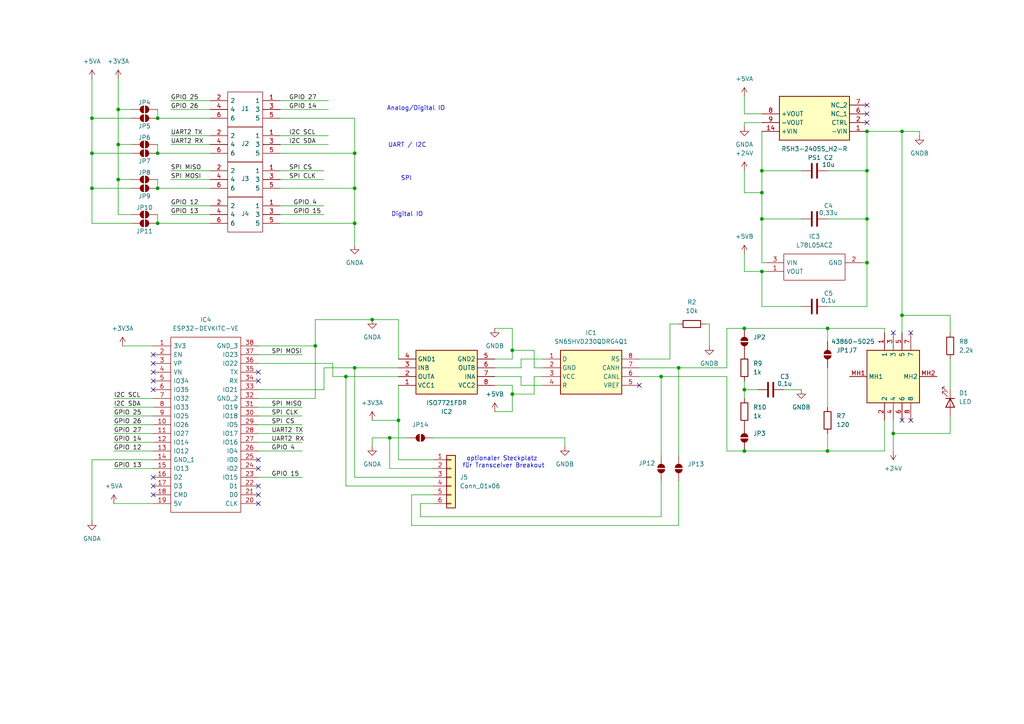
<source format=kicad_sch>
(kicad_sch (version 20250114) (generator "eeschema") (generator_version "9.0")
  (paper "A4")
  (lib_symbols
    (symbol "Connector_Generic:Conn_01x06" (pin_names (offset 1.016) (hide yes))
      (property "Reference" "J" (at 0 7.62 0))
      (property "Value" "Conn_01x06" (at 0 -10.16 0))
      (symbol "Conn_01x06_1_1"
        (rectangle (start -1.27 6.35) (end 1.27 -8.89) (stroke (width 0.254)) (fill (type background)))
        (rectangle (start -1.27 5.207) (end 0 4.953) (stroke (width 0.1524)))
        (rectangle (start -1.27 2.667) (end 0 2.413) (stroke (width 0.1524)))
        (rectangle (start -1.27 0.127) (end 0 -0.127) (stroke (width 0.1524)))
        (rectangle (start -1.27 -2.413) (end 0 -2.667) (stroke (width 0.1524)))
        (rectangle (start -1.27 -4.953) (end 0 -5.207) (stroke (width 0.1524)))
        (rectangle (start -1.27 -7.493) (end 0 -7.747) (stroke (width 0.1524)))
        (pin passive line (at -5.08 5.08 0) (length 3.81) (name "Pin_1") (number "1"))
        (pin passive line (at -5.08 2.54 0) (length 3.81) (name "Pin_2") (number "2"))
        (pin passive line (at -5.08 0 0) (length 3.81) (name "Pin_3") (number "3"))
        (pin passive line (at -5.08 -2.54 0) (length 3.81) (name "Pin_4") (number "4"))
        (pin passive line (at -5.08 -5.08 0) (length 3.81) (name "Pin_5") (number "5"))
        (pin passive line (at -5.08 -7.62 0) (length 3.81) (name "Pin_6") (number "6"))
      )
    )
    (symbol "Device:C" (pin_numbers (hide yes)) (pin_names (offset 0.254))
      (property "Reference" "C" (at 0.635 2.54 0))
      (property "Value" "C" (at 0.635 -2.54 0))
      (symbol "C_0_1"
        (polyline (pts (xy -2.032 0.762) (xy 2.032 0.762)) (stroke (width 0.508)))
        (polyline (pts (xy -2.032 -0.762) (xy 2.032 -0.762)) (stroke (width 0.508)))
      )
      (symbol "C_1_1"
        (pin passive line (at 0 3.81 270) (length 2.794) (name "~") (number "1"))
        (pin passive line (at 0 -3.81 90) (length 2.794) (name "~") (number "2"))
      )
    )
    (symbol "Device:LED" (pin_numbers (hide yes)) (pin_names (offset 1.016) (hide yes))
      (property "Reference" "D" (at 0 2.54 0))
      (property "Value" "LED" (at 0 -2.54 0))
      (symbol "LED_0_1"
        (polyline (pts (xy -3.048 -0.762) (xy -4.572 -2.286) (xy -3.81 -2.286) (xy -4.572 -2.286) (xy -4.572 -1.524)))
        (polyline (pts (xy -1.778 -0.762) (xy -3.302 -2.286) (xy -2.54 -2.286) (xy -3.302 -2.286) (xy -3.302 -1.524)))
        (polyline (pts (xy -1.27 0) (xy 1.27 0)))
        (polyline (pts (xy -1.27 -1.27) (xy -1.27 1.27)) (stroke (width 0.254)))
        (polyline (pts (xy 1.27 -1.27) (xy 1.27 1.27) (xy -1.27 0) (xy 1.27 -1.27)) (stroke (width 0.254)))
      )
      (symbol "LED_1_1"
        (pin passive line (at -3.81 0 0) (length 2.54) (name "K") (number "1"))
        (pin passive line (at 3.81 0 180) (length 2.54) (name "A") (number "2"))
      )
    )
    (symbol "Device:R" (pin_numbers (hide yes)) (pin_names (offset 0))
      (property "Reference" "R" (at 2.032 0 90))
      (property "Value" "R" (at 0 0 90))
      (symbol "R_0_1"
        (rectangle (start -1.016 -2.54) (end 1.016 2.54) (stroke (width 0.254)))
      )
      (symbol "R_1_1"
        (pin passive line (at 0 3.81 270) (length 1.27) (name "~") (number "1"))
        (pin passive line (at 0 -3.81 90) (length 1.27) (name "~") (number "2"))
      )
    )
    (symbol "Jumper:SolderJumper_2_Open" (pin_numbers (hide yes)) (pin_names (offset 0) (hide yes)) (in_bom no)
      (property "Reference" "JP" (at 0 2.032 0))
      (property "Value" "SolderJumper_2_Open" (at 0 -2.54 0))
      (symbol "SolderJumper_2_Open_0_1"
        (polyline (pts (xy -0.254 1.016) (xy -0.254 -1.016)))
        (arc (start -0.254 -1.016) (mid -1.2656 0) (end -0.254 1.016))
        (arc (start -0.254 -1.016) (mid -1.2656 0) (end -0.254 1.016) (fill (type outline)))
        (arc (start 0.254 1.016) (mid 1.2656 0) (end 0.254 -1.016))
        (arc (start 0.254 1.016) (mid 1.2656 0) (end 0.254 -1.016) (fill (type outline)))
        (polyline (pts (xy 0.254 1.016) (xy 0.254 -1.016)))
      )
      (symbol "SolderJumper_2_Open_1_1"
        (pin passive line (at -3.81 0 0) (length 2.54) (name "A") (number "1"))
        (pin passive line (at 3.81 0 180) (length 2.54) (name "B") (number "2"))
      )
    )
    (symbol "SamacSys_Parts:43860-5025"
      (property "Reference" "J" (at 21.59 12.7 0))
      (property "Value" "43860-5025" (at 21.59 10.16 0))
      (symbol "43860-5025_1_1"
        (rectangle (start 5.08 7.62) (end 20.32 -7.62) (stroke (width 0.254)) (fill (type background)))
        (pin passive line (at 0 0 0) (length 5.08) (name "MH2") (number "MH2"))
        (pin passive line (at 7.62 12.7 270) (length 5.08) (name "8") (number "8"))
        (pin passive line (at 7.62 -12.7 90) (length 5.08) (name "7") (number "7"))
        (pin passive line (at 10.16 12.7 270) (length 5.08) (name "6") (number "6"))
        (pin passive line (at 10.16 -12.7 90) (length 5.08) (name "5") (number "5"))
        (pin passive line (at 12.7 12.7 270) (length 5.08) (name "4") (number "4"))
        (pin passive line (at 12.7 -12.7 90) (length 5.08) (name "3") (number "3"))
        (pin passive line (at 15.24 12.7 270) (length 5.08) (name "2") (number "2"))
        (pin passive line (at 15.24 -12.7 90) (length 5.08) (name "1") (number "1"))
        (pin passive line (at 25.4 0 180) (length 5.08) (name "MH1") (number "MH1"))
      )
    )
    (symbol "SamacSys_Parts:DG127A-5.08-06P-14-00AH" (pin_names (offset 0.762))
      (property "Reference" "J" (at 16.51 7.62 0))
      (property "Value" "DG127A-5.08-06P-14-00AH" (at 16.51 5.08 0))
      (symbol "DG127A-5.08-06P-14-00AH_0_0"
        (pin passive line (at 0 0 0) (length 5.08) (name "2") (number "2"))
        (pin passive line (at 0 -2.54 0) (length 5.08) (name "4") (number "4"))
        (pin passive line (at 0 -5.08 0) (length 5.08) (name "6") (number "6"))
        (pin passive line (at 20.32 0 180) (length 5.08) (name "1") (number "1"))
        (pin passive line (at 20.32 -2.54 180) (length 5.08) (name "3") (number "3"))
        (pin passive line (at 20.32 -5.08 180) (length 5.08) (name "5") (number "5"))
      )
      (symbol "DG127A-5.08-06P-14-00AH_0_1"
        (polyline (pts (xy 5.08 2.54) (xy 15.24 2.54) (xy 15.24 -7.62) (xy 5.08 -7.62) (xy 5.08 2.54)) (stroke (width 0.1524)))
      )
    )
    (symbol "SamacSys_Parts:ESP32-DEVKITC-VE" (pin_names (offset 0.762))
      (property "Reference" "IC" (at 26.67 7.62 0))
      (property "Value" "ESP32-DEVKITC-VE" (at 26.67 5.08 0))
      (symbol "ESP32-DEVKITC-VE_0_0"
        (pin passive line (at 0 0 0) (length 5.08) (name "3V3") (number "1"))
        (pin passive line (at 0 -2.54 0) (length 5.08) (name "EN") (number "2"))
        (pin passive line (at 0 -5.08 0) (length 5.08) (name "VP") (number "3"))
        (pin passive line (at 0 -7.62 0) (length 5.08) (name "VN") (number "4"))
        (pin passive line (at 0 -10.16 0) (length 5.08) (name "IO34") (number "5"))
        (pin passive line (at 0 -12.7 0) (length 5.08) (name "IO35") (number "6"))
        (pin passive line (at 0 -15.24 0) (length 5.08) (name "IO32") (number "7"))
        (pin passive line (at 0 -17.78 0) (length 5.08) (name "IO33") (number "8"))
        (pin passive line (at 0 -20.32 0) (length 5.08) (name "IO25") (number "9"))
        (pin passive line (at 0 -22.86 0) (length 5.08) (name "IO26") (number "10"))
        (pin passive line (at 0 -25.4 0) (length 5.08) (name "IO27") (number "11"))
        (pin passive line (at 0 -27.94 0) (length 5.08) (name "IO14") (number "12"))
        (pin passive line (at 0 -30.48 0) (length 5.08) (name "IO12") (number "13"))
        (pin passive line (at 0 -33.02 0) (length 5.08) (name "GND_1") (number "14"))
        (pin passive line (at 0 -35.56 0) (length 5.08) (name "IO13") (number "15"))
        (pin passive line (at 0 -38.1 0) (length 5.08) (name "D2") (number "16"))
        (pin passive line (at 0 -40.64 0) (length 5.08) (name "D3") (number "17"))
        (pin passive line (at 0 -43.18 0) (length 5.08) (name "CMD") (number "18"))
        (pin passive line (at 0 -45.72 0) (length 5.08) (name "5V") (number "19"))
        (pin passive line (at 30.48 0 180) (length 5.08) (name "GND_3") (number "38"))
        (pin passive line (at 30.48 -2.54 180) (length 5.08) (name "IO23") (number "37"))
        (pin passive line (at 30.48 -5.08 180) (length 5.08) (name "IO22") (number "36"))
        (pin passive line (at 30.48 -7.62 180) (length 5.08) (name "TX") (number "35"))
        (pin passive line (at 30.48 -10.16 180) (length 5.08) (name "RX") (number "34"))
        (pin passive line (at 30.48 -12.7 180) (length 5.08) (name "IO21") (number "33"))
        (pin passive line (at 30.48 -15.24 180) (length 5.08) (name "GND_2") (number "32"))
        (pin passive line (at 30.48 -17.78 180) (length 5.08) (name "IO19") (number "31"))
        (pin passive line (at 30.48 -20.32 180) (length 5.08) (name "IO18") (number "30"))
        (pin passive line (at 30.48 -22.86 180) (length 5.08) (name "IO5") (number "29"))
        (pin passive line (at 30.48 -25.4 180) (length 5.08) (name "IO17") (number "28"))
        (pin passive line (at 30.48 -27.94 180) (length 5.08) (name "IO16") (number "27"))
        (pin passive line (at 30.48 -30.48 180) (length 5.08) (name "IO4") (number "26"))
        (pin passive line (at 30.48 -33.02 180) (length 5.08) (name "IO0") (number "25"))
        (pin passive line (at 30.48 -35.56 180) (length 5.08) (name "IO2") (number "24"))
        (pin passive line (at 30.48 -38.1 180) (length 5.08) (name "IO15") (number "23"))
        (pin passive line (at 30.48 -40.64 180) (length 5.08) (name "D1") (number "22"))
        (pin passive line (at 30.48 -43.18 180) (length 5.08) (name "D0") (number "21"))
        (pin passive line (at 30.48 -45.72 180) (length 5.08) (name "CLK") (number "20"))
      )
      (symbol "ESP32-DEVKITC-VE_0_1"
        (polyline (pts (xy 5.08 2.54) (xy 25.4 2.54) (xy 25.4 -48.26) (xy 5.08 -48.26) (xy 5.08 2.54)) (stroke (width 0.1524)))
      )
    )
    (symbol "SamacSys_Parts:ISO7721FDR"
      (property "Reference" "IC" (at 24.13 7.62 0))
      (property "Value" "ISO7721FDR" (at 24.13 5.08 0))
      (symbol "ISO7721FDR_1_1"
        (rectangle (start 5.08 2.54) (end 22.86 -10.16) (stroke (width 0.254)) (fill (type background)))
        (pin passive line (at 0 0 0) (length 5.08) (name "VCC1") (number "1"))
        (pin passive line (at 0 -2.54 0) (length 5.08) (name "OUTA") (number "2"))
        (pin passive line (at 0 -5.08 0) (length 5.08) (name "INB") (number "3"))
        (pin passive line (at 0 -7.62 0) (length 5.08) (name "GND1") (number "4"))
        (pin passive line (at 27.94 0 180) (length 5.08) (name "VCC2") (number "8"))
        (pin passive line (at 27.94 -2.54 180) (length 5.08) (name "INA") (number "7"))
        (pin passive line (at 27.94 -5.08 180) (length 5.08) (name "OUTB") (number "6"))
        (pin passive line (at 27.94 -7.62 180) (length 5.08) (name "GND2") (number "5"))
      )
    )
    (symbol "SamacSys_Parts:L78L05ACZ" (pin_names (offset 0.762))
      (property "Reference" "IC" (at 24.13 7.62 0))
      (property "Value" "L78L05ACZ" (at 24.13 5.08 0))
      (symbol "L78L05ACZ_0_0"
        (pin passive line (at 0 0 0) (length 5.08) (name "GND") (number "2"))
        (pin passive line (at 27.94 0 180) (length 5.08) (name "VIN") (number "3"))
        (pin passive line (at 27.94 -2.54 180) (length 5.08) (name "VOUT") (number "1"))
      )
      (symbol "L78L05ACZ_0_1"
        (polyline (pts (xy 5.08 2.54) (xy 22.86 2.54) (xy 22.86 -5.08) (xy 5.08 -5.08) (xy 5.08 2.54)) (stroke (width 0.1524)))
      )
    )
    (symbol "SamacSys_Parts:RSH3-2405S_H2-R"
      (property "Reference" "PS" (at 26.67 7.62 0))
      (property "Value" "RSH3-2405S_H2-R" (at 26.67 5.08 0))
      (symbol "RSH3-2405S_H2-R_1_1"
        (rectangle (start 5.08 2.54) (end 25.4 -10.16) (stroke (width 0.254)) (fill (type background)))
        (pin passive line (at 0 0 0) (length 5.08) (name "-VIN") (number "1"))
        (pin passive line (at 0 -2.54 0) (length 5.08) (name "CTRL") (number "2"))
        (pin passive line (at 0 -5.08 0) (length 5.08) (name "NC_1") (number "6"))
        (pin passive line (at 0 -7.62 0) (length 5.08) (name "NC_2") (number "7"))
        (pin passive line (at 30.48 0 180) (length 5.08) (name "+VIN") (number "14"))
        (pin passive line (at 30.48 -2.54 180) (length 5.08) (name "-VOUT") (number "9"))
        (pin passive line (at 30.48 -5.08 180) (length 5.08) (name "+VOUT") (number "8"))
      )
    )
    (symbol "SamacSys_Parts:SN65HVD230QDRG4Q1"
      (property "Reference" "IC" (at 24.13 7.62 0))
      (property "Value" "SN65HVD230QDRG4Q1" (at 24.13 5.08 0))
      (symbol "SN65HVD230QDRG4Q1_1_1"
        (rectangle (start 5.08 2.54) (end 22.86 -10.16) (stroke (width 0.254)) (fill (type background)))
        (pin passive line (at 0 0 0) (length 5.08) (name "D") (number "1"))
        (pin passive line (at 0 -2.54 0) (length 5.08) (name "GND") (number "2"))
        (pin passive line (at 0 -5.08 0) (length 5.08) (name "VCC") (number "3"))
        (pin passive line (at 0 -7.62 0) (length 5.08) (name "R") (number "4"))
        (pin passive line (at 27.94 0 180) (length 5.08) (name "RS") (number "8"))
        (pin passive line (at 27.94 -2.54 180) (length 5.08) (name "CANH") (number "7"))
        (pin passive line (at 27.94 -5.08 180) (length 5.08) (name "CANL") (number "6"))
        (pin passive line (at 27.94 -7.62 180) (length 5.08) (name "VREF") (number "5"))
      )
    )
    (symbol "power:+24V" (power) (pin_numbers (hide yes)) (pin_names (offset 0) (hide yes))
      (property "Value" "+24V" (at 0 3.556 0))
      (symbol "+24V_0_1"
        (polyline (pts (xy -0.762 1.27) (xy 0 2.54)))
        (polyline (pts (xy 0 2.54) (xy 0.762 1.27)))
        (polyline (pts (xy 0 0) (xy 0 2.54)))
      )
      (symbol "+24V_1_1"
        (pin power_in line (at 0 0 90) (length 0) (name "~") (number "1"))
      )
    )
    (symbol "power:+3V3" (power) (pin_numbers (hide yes)) (pin_names (offset 0) (hide yes))
      (property "Value" "+3V3" (at 0 3.556 0))
      (symbol "+3V3_0_1"
        (polyline (pts (xy -0.762 1.27) (xy 0 2.54)))
        (polyline (pts (xy 0 2.54) (xy 0.762 1.27)))
        (polyline (pts (xy 0 0) (xy 0 2.54)))
      )
      (symbol "+3V3_1_1"
        (pin power_in line (at 0 0 90) (length 0) (name "~") (number "1"))
      )
    )
    (symbol "power:+5VA" (power) (pin_numbers (hide yes)) (pin_names (offset 0) (hide yes))
      (property "Value" "+5VA" (at 0 3.556 0))
      (symbol "+5VA_0_1"
        (polyline (pts (xy -0.762 1.27) (xy 0 2.54)))
        (polyline (pts (xy 0 2.54) (xy 0.762 1.27)))
        (polyline (pts (xy 0 0) (xy 0 2.54)))
      )
      (symbol "+5VA_1_1"
        (pin power_in line (at 0 0 90) (length 0) (name "~") (number "1"))
      )
    )
    (symbol "power:GND" (power) (pin_numbers (hide yes)) (pin_names (offset 0) (hide yes))
      (property "Value" "GND" (at 0 -3.81 0))
      (symbol "GND_0_1"
        (polyline (pts (xy 0 0) (xy 0 -1.27) (xy 1.27 -1.27) (xy 0 -2.54) (xy -1.27 -1.27) (xy 0 -1.27)))
      )
      (symbol "GND_1_1"
        (pin power_in line (at 0 0 270) (length 0) (name "~") (number "1"))
      )
    )
  )
  (text "optionaler Steckplatz \nfür Transceiver Breakout" (at 146.05 134.112 0) (effects (font (size 1.27 1.27))))
  (text "Digital IO" (at 118.11 62.23 0) (effects (font (size 1.27 1.27))))
  (text "UART / I2C" (at 118.11 42.164 0) (effects (font (size 1.27 1.27))))
  (text "SPI" (at 117.856 51.816 0) (effects (font (size 1.27 1.27))))
  (text "Analog/Digital IO\n" (at 120.65 31.496 0) (effects (font (size 1.27 1.27))))
  (junction (at 191.77 109.22))
  (junction (at 220.98 55.88))
  (junction (at 115.57 121.92))
  (junction (at 26.67 44.45))
  (junction (at 240.03 130.81))
  (junction (at 91.44 100.33))
  (junction (at 220.98 49.53))
  (junction (at 261.62 91.44))
  (junction (at 45.72 44.45))
  (junction (at 34.29 41.91))
  (junction (at 240.03 95.25))
  (junction (at 102.87 54.61))
  (junction (at 45.72 64.77))
  (junction (at 215.9 95.25))
  (junction (at 215.9 130.81))
  (junction (at 113.03 127))
  (junction (at 45.72 54.61))
  (junction (at 220.98 63.5))
  (junction (at 45.72 34.29))
  (junction (at 34.29 31.75))
  (junction (at 261.62 38.1))
  (junction (at 26.67 54.61))
  (junction (at 102.87 106.68))
  (junction (at 26.67 34.29))
  (junction (at 251.46 63.5))
  (junction (at 220.98 78.74))
  (junction (at 102.87 64.77))
  (junction (at 102.87 44.45))
  (junction (at 148.59 114.3))
  (junction (at 251.46 38.1))
  (junction (at 34.29 52.07))
  (junction (at 196.85 106.68))
  (junction (at 251.46 49.53))
  (junction (at 100.33 109.22))
  (junction (at 215.9 113.03))
  (junction (at 251.46 76.2))
  (junction (at 259.08 125.73))
  (junction (at 148.59 101.6))
  (junction (at 107.95 92.71))
  (no_connect (at 74.93 140.97))
  (no_connect (at 44.45 107.95))
  (no_connect (at 44.45 138.43))
  (no_connect (at 74.93 135.89))
  (no_connect (at 251.46 35.56))
  (no_connect (at 251.46 30.48))
  (no_connect (at 44.45 140.97))
  (no_connect (at 261.62 121.92))
  (no_connect (at 264.16 96.52))
  (no_connect (at 74.93 143.51))
  (no_connect (at 74.93 107.95))
  (no_connect (at 251.46 33.02))
  (no_connect (at 264.16 121.92))
  (no_connect (at 74.93 133.35))
  (no_connect (at 74.93 110.49))
  (no_connect (at 185.42 111.76))
  (no_connect (at 259.08 96.52))
  (no_connect (at 44.45 113.03))
  (no_connect (at 74.93 146.05))
  (no_connect (at 44.45 110.49))
  (no_connect (at 44.45 102.87))
  (no_connect (at 44.45 105.41))
  (no_connect (at 44.45 143.51))
  (wire (pts (xy 143.51 111.76) (xy 148.59 111.76)))
  (wire (pts (xy 115.57 121.92) (xy 115.57 111.76)))
  (wire (pts (xy 275.59 91.44) (xy 261.62 91.44)))
  (wire (pts (xy 102.87 71.12) (xy 102.87 64.77)))
  (wire (pts (xy 194.31 93.98) (xy 196.85 93.98)))
  (wire (pts (xy 81.28 62.23) (xy 93.98 62.23)))
  (wire (pts (xy 251.46 38.1) (xy 251.46 49.53)))
  (wire (pts (xy 49.53 39.37) (xy 60.96 39.37)))
  (wire (pts (xy 210.82 106.68) (xy 196.85 106.68)))
  (wire (pts (xy 26.67 44.45) (xy 26.67 34.29)))
  (wire (pts (xy 191.77 109.22) (xy 185.42 109.22)))
  (wire (pts (xy 154.94 114.3) (xy 154.94 109.22)))
  (wire (pts (xy 121.92 149.86) (xy 121.92 146.05)))
  (wire (pts (xy 148.59 104.14) (xy 148.59 101.6)))
  (wire (pts (xy 38.1 34.29) (xy 26.67 34.29)))
  (wire (pts (xy 81.28 41.91) (xy 95.25 41.91)))
  (wire (pts (xy 251.46 63.5) (xy 251.46 76.2)))
  (wire (pts (xy 81.28 39.37) (xy 95.25 39.37)))
  (wire (pts (xy 91.44 92.71) (xy 107.95 92.71)))
  (wire (pts (xy 256.54 130.81) (xy 240.03 130.81)))
  (wire (pts (xy 96.52 109.22) (xy 96.52 105.41)))
  (wire (pts (xy 227.33 113.03) (xy 232.41 113.03)))
  (wire (pts (xy 256.54 95.25) (xy 240.03 95.25)))
  (wire (pts (xy 220.98 33.02) (xy 215.9 33.02)))
  (wire (pts (xy 256.54 96.52) (xy 256.54 95.25)))
  (wire (pts (xy 81.28 52.07) (xy 93.98 52.07)))
  (wire (pts (xy 33.02 120.65) (xy 44.45 120.65)))
  (wire (pts (xy 151.13 111.76) (xy 157.48 111.76)))
  (wire (pts (xy 107.95 127) (xy 107.95 129.54)))
  (wire (pts (xy 102.87 106.68) (xy 93.98 106.68)))
  (wire (pts (xy 81.28 49.53) (xy 93.98 49.53)))
  (wire (pts (xy 220.98 63.5) (xy 232.41 63.5)))
  (wire (pts (xy 222.25 76.2) (xy 220.98 76.2)))
  (wire (pts (xy 154.94 106.68) (xy 157.48 106.68)))
  (wire (pts (xy 261.62 96.52) (xy 261.62 91.44)))
  (wire (pts (xy 74.93 128.27) (xy 87.63 128.27)))
  (wire (pts (xy 125.73 127) (xy 163.83 127)))
  (wire (pts (xy 26.67 133.35) (xy 44.45 133.35)))
  (wire (pts (xy 26.67 54.61) (xy 26.67 44.45)))
  (wire (pts (xy 220.98 38.1) (xy 220.98 49.53)))
  (wire (pts (xy 38.1 62.23) (xy 34.29 62.23)))
  (wire (pts (xy 34.29 52.07) (xy 34.29 41.91)))
  (wire (pts (xy 35.56 100.33) (xy 44.45 100.33)))
  (wire (pts (xy 163.83 127) (xy 163.83 129.54)))
  (wire (pts (xy 215.9 55.88) (xy 220.98 55.88)))
  (wire (pts (xy 81.28 31.75) (xy 95.25 31.75)))
  (wire (pts (xy 113.03 127) (xy 107.95 127)))
  (wire (pts (xy 74.93 138.43) (xy 87.63 138.43)))
  (wire (pts (xy 220.98 78.74) (xy 215.9 78.74)))
  (wire (pts (xy 33.02 123.19) (xy 44.45 123.19)))
  (wire (pts (xy 275.59 104.14) (xy 275.59 113.03)))
  (wire (pts (xy 240.03 125.73) (xy 240.03 130.81)))
  (wire (pts (xy 45.72 64.77) (xy 60.96 64.77)))
  (wire (pts (xy 38.1 52.07) (xy 34.29 52.07)))
  (wire (pts (xy 205.74 93.98) (xy 205.74 100.33)))
  (wire (pts (xy 196.85 152.4) (xy 196.85 139.7)))
  (wire (pts (xy 220.98 55.88) (xy 220.98 63.5)))
  (wire (pts (xy 232.41 88.9) (xy 220.98 88.9)))
  (wire (pts (xy 45.72 44.45) (xy 60.96 44.45)))
  (wire (pts (xy 49.53 49.53) (xy 60.96 49.53)))
  (wire (pts (xy 45.72 34.29) (xy 60.96 34.29)))
  (wire (pts (xy 74.93 102.87) (xy 87.63 102.87)))
  (wire (pts (xy 81.28 64.77) (xy 102.87 64.77)))
  (wire (pts (xy 102.87 54.61) (xy 102.87 44.45)))
  (wire (pts (xy 115.57 109.22) (xy 100.33 109.22)))
  (wire (pts (xy 240.03 95.25) (xy 240.03 99.06)))
  (wire (pts (xy 261.62 38.1) (xy 266.7 38.1)))
  (wire (pts (xy 33.02 118.11) (xy 44.45 118.11)))
  (wire (pts (xy 74.93 118.11) (xy 87.63 118.11)))
  (wire (pts (xy 154.94 109.22) (xy 157.48 109.22)))
  (wire (pts (xy 115.57 106.68) (xy 102.87 106.68)))
  (wire (pts (xy 215.9 73.66) (xy 215.9 78.74)))
  (wire (pts (xy 191.77 109.22) (xy 191.77 132.08)))
  (wire (pts (xy 215.9 110.49) (xy 215.9 113.03)))
  (wire (pts (xy 26.67 34.29) (xy 26.67 22.86)))
  (wire (pts (xy 91.44 100.33) (xy 74.93 100.33)))
  (wire (pts (xy 240.03 49.53) (xy 251.46 49.53)))
  (wire (pts (xy 210.82 109.22) (xy 191.77 109.22)))
  (wire (pts (xy 210.82 130.81) (xy 215.9 130.81)))
  (wire (pts (xy 74.93 125.73) (xy 87.63 125.73)))
  (wire (pts (xy 196.85 106.68) (xy 196.85 132.08)))
  (wire (pts (xy 113.03 127) (xy 118.11 127)))
  (wire (pts (xy 210.82 95.25) (xy 215.9 95.25)))
  (wire (pts (xy 102.87 44.45) (xy 102.87 34.29)))
  (wire (pts (xy 191.77 139.7) (xy 191.77 149.86)))
  (wire (pts (xy 33.02 115.57) (xy 44.45 115.57)))
  (wire (pts (xy 259.08 121.92) (xy 259.08 125.73)))
  (wire (pts (xy 45.72 54.61) (xy 60.96 54.61)))
  (wire (pts (xy 215.9 35.56) (xy 215.9 36.83)))
  (wire (pts (xy 194.31 93.98) (xy 194.31 104.14)))
  (wire (pts (xy 102.87 64.77) (xy 102.87 54.61)))
  (wire (pts (xy 151.13 109.22) (xy 151.13 111.76)))
  (wire (pts (xy 93.98 113.03) (xy 74.93 113.03)))
  (wire (pts (xy 148.59 114.3) (xy 148.59 119.38)))
  (wire (pts (xy 148.59 111.76) (xy 148.59 114.3)))
  (wire (pts (xy 259.08 125.73) (xy 259.08 130.81)))
  (wire (pts (xy 113.03 135.89) (xy 113.03 127)))
  (wire (pts (xy 34.29 62.23) (xy 34.29 52.07)))
  (wire (pts (xy 91.44 115.57) (xy 91.44 100.33)))
  (wire (pts (xy 220.98 49.53) (xy 220.98 55.88)))
  (wire (pts (xy 275.59 96.52) (xy 275.59 91.44)))
  (wire (pts (xy 196.85 106.68) (xy 185.42 106.68)))
  (wire (pts (xy 34.29 41.91) (xy 34.29 31.75)))
  (wire (pts (xy 210.82 130.81) (xy 210.82 109.22)))
  (wire (pts (xy 33.02 146.05) (xy 44.45 146.05)))
  (wire (pts (xy 115.57 92.71) (xy 107.95 92.71)))
  (wire (pts (xy 45.72 41.91) (xy 45.72 44.45)))
  (wire (pts (xy 49.53 29.21) (xy 60.96 29.21)))
  (wire (pts (xy 250.19 76.2) (xy 251.46 76.2)))
  (wire (pts (xy 210.82 95.25) (xy 210.82 106.68)))
  (wire (pts (xy 45.72 62.23) (xy 45.72 64.77)))
  (wire (pts (xy 102.87 138.43) (xy 102.87 106.68)))
  (wire (pts (xy 261.62 91.44) (xy 261.62 38.1)))
  (wire (pts (xy 256.54 121.92) (xy 256.54 130.81)))
  (wire (pts (xy 38.1 41.91) (xy 34.29 41.91)))
  (wire (pts (xy 74.93 120.65) (xy 87.63 120.65)))
  (wire (pts (xy 49.53 41.91) (xy 60.96 41.91)))
  (wire (pts (xy 49.53 62.23) (xy 60.96 62.23)))
  (wire (pts (xy 240.03 106.68) (xy 240.03 118.11)))
  (wire (pts (xy 49.53 31.75) (xy 60.96 31.75)))
  (wire (pts (xy 215.9 113.03) (xy 215.9 115.57)))
  (wire (pts (xy 215.9 49.53) (xy 215.9 55.88)))
  (wire (pts (xy 148.59 101.6) (xy 154.94 101.6)))
  (wire (pts (xy 33.02 128.27) (xy 44.45 128.27)))
  (wire (pts (xy 275.59 125.73) (xy 259.08 125.73)))
  (wire (pts (xy 215.9 33.02) (xy 215.9 27.94)))
  (wire (pts (xy 33.02 130.81) (xy 44.45 130.81)))
  (wire (pts (xy 148.59 114.3) (xy 154.94 114.3)))
  (wire (pts (xy 34.29 31.75) (xy 34.29 22.86)))
  (wire (pts (xy 143.51 109.22) (xy 151.13 109.22)))
  (wire (pts (xy 143.51 106.68) (xy 151.13 106.68)))
  (wire (pts (xy 26.67 54.61) (xy 38.1 54.61)))
  (wire (pts (xy 220.98 35.56) (xy 215.9 35.56)))
  (wire (pts (xy 204.47 93.98) (xy 205.74 93.98)))
  (wire (pts (xy 148.59 95.25) (xy 148.59 101.6)))
  (wire (pts (xy 119.38 152.4) (xy 196.85 152.4)))
  (wire (pts (xy 275.59 120.65) (xy 275.59 125.73)))
  (wire (pts (xy 74.93 130.81) (xy 87.63 130.81)))
  (wire (pts (xy 125.73 143.51) (xy 119.38 143.51)))
  (wire (pts (xy 81.28 34.29) (xy 102.87 34.29)))
  (wire (pts (xy 113.03 135.89) (xy 125.73 135.89)))
  (wire (pts (xy 107.95 121.92) (xy 115.57 121.92)))
  (wire (pts (xy 266.7 38.1) (xy 266.7 39.37)))
  (wire (pts (xy 49.53 59.69) (xy 60.96 59.69)))
  (wire (pts (xy 154.94 101.6) (xy 154.94 106.68)))
  (wire (pts (xy 125.73 133.35) (xy 115.57 133.35)))
  (wire (pts (xy 45.72 31.75) (xy 45.72 34.29)))
  (wire (pts (xy 125.73 140.97) (xy 100.33 140.97)))
  (wire (pts (xy 93.98 106.68) (xy 93.98 113.03)))
  (wire (pts (xy 143.51 95.25) (xy 148.59 95.25)))
  (wire (pts (xy 261.62 38.1) (xy 251.46 38.1)))
  (wire (pts (xy 33.02 125.73) (xy 44.45 125.73)))
  (wire (pts (xy 215.9 130.81) (xy 240.03 130.81)))
  (wire (pts (xy 26.67 44.45) (xy 38.1 44.45)))
  (wire (pts (xy 194.31 104.14) (xy 185.42 104.14)))
  (wire (pts (xy 215.9 113.03) (xy 219.71 113.03)))
  (wire (pts (xy 119.38 143.51) (xy 119.38 152.4)))
  (wire (pts (xy 151.13 104.14) (xy 157.48 104.14)))
  (wire (pts (xy 38.1 64.77) (xy 26.67 64.77)))
  (wire (pts (xy 215.9 95.25) (xy 240.03 95.25)))
  (wire (pts (xy 115.57 133.35) (xy 115.57 121.92)))
  (wire (pts (xy 251.46 88.9) (xy 240.03 88.9)))
  (wire (pts (xy 251.46 76.2) (xy 251.46 88.9)))
  (wire (pts (xy 45.72 52.07) (xy 45.72 54.61)))
  (wire (pts (xy 49.53 52.07) (xy 60.96 52.07)))
  (wire (pts (xy 81.28 44.45) (xy 102.87 44.45)))
  (wire (pts (xy 222.25 78.74) (xy 220.98 78.74)))
  (wire (pts (xy 81.28 29.21) (xy 95.25 29.21)))
  (wire (pts (xy 100.33 109.22) (xy 96.52 109.22)))
  (wire (pts (xy 26.67 64.77) (xy 26.67 54.61)))
  (wire (pts (xy 151.13 106.68) (xy 151.13 104.14)))
  (wire (pts (xy 100.33 140.97) (xy 100.33 109.22)))
  (wire (pts (xy 220.98 88.9) (xy 220.98 78.74)))
  (wire (pts (xy 74.93 115.57) (xy 91.44 115.57)))
  (wire (pts (xy 220.98 76.2) (xy 220.98 63.5)))
  (wire (pts (xy 33.02 135.89) (xy 44.45 135.89)))
  (wire (pts (xy 38.1 31.75) (xy 34.29 31.75)))
  (wire (pts (xy 125.73 138.43) (xy 102.87 138.43)))
  (wire (pts (xy 143.51 104.14) (xy 148.59 104.14)))
  (wire (pts (xy 121.92 146.05) (xy 125.73 146.05)))
  (wire (pts (xy 91.44 100.33) (xy 91.44 92.71)))
  (wire (pts (xy 96.52 105.41) (xy 74.93 105.41)))
  (wire (pts (xy 115.57 104.14) (xy 115.57 92.71)))
  (wire (pts (xy 148.59 119.38) (xy 143.51 119.38)))
  (wire (pts (xy 81.28 54.61) (xy 102.87 54.61)))
  (wire (pts (xy 251.46 49.53) (xy 251.46 63.5)))
  (wire (pts (xy 26.67 151.13) (xy 26.67 133.35)))
  (wire (pts (xy 74.93 123.19) (xy 87.63 123.19)))
  (wire (pts (xy 191.77 149.86) (xy 121.92 149.86)))
  (wire (pts (xy 220.98 49.53) (xy 232.41 49.53)))
  (wire (pts (xy 240.03 63.5) (xy 251.46 63.5)))
  (wire (pts (xy 81.28 59.69) (xy 93.98 59.69)))
  (label "GPIO 14" (at 33.02 128.27 0))
  (label "I2C SCL" (at 33.02 115.57 0))
  (label "GPIO 13" (at 33.02 135.89 0))
  (label "SPI CS" (at 83.82 49.53 0))
  (label "GPIO 15" (at 85.09 62.23 0))
  (label "UART2 TX" (at 78.74 125.73 0))
  (label "GPIO 27" (at 83.82 29.21 0))
  (label "GPIO 12" (at 49.53 59.69 0))
  (label "GPIO 27" (at 33.02 125.73 0))
  (label "UART2 TX" (at 49.53 39.37 0))
  (label "I2C SDA" (at 83.82 41.91 0))
  (label "GPIO 25" (at 33.02 120.65 0))
  (label "GPIO 14" (at 83.82 31.75 0))
  (label "GPIO 15" (at 78.74 138.43 0))
  (label "SPI CLK" (at 83.82 52.07 0))
  (label "SPI MOSI" (at 49.53 52.07 0))
  (label "GPIO 12" (at 33.02 130.81 0))
  (label "GPIO 26" (at 33.02 123.19 0))
  (label "I2C SCL" (at 83.82 39.37 0))
  (label "SPI CLK" (at 78.74 120.65 0))
  (label "GPIO 13" (at 49.53 62.23 0))
  (label "I2C SDA" (at 33.02 118.11 0))
  (label "SPI MOSI" (at 78.74 102.87 0))
  (label "GPIO 26" (at 49.53 31.75 0))
  (label "SPI MISO" (at 78.74 118.11 0))
  (label "UART2 RX" (at 78.74 128.27 0))
  (label "UART2 RX" (at 49.53 41.91 0))
  (label "SPI MISO" (at 49.53 49.53 0))
  (label "GPIO 25" (at 49.53 29.21 0))
  (label "GPIO 4" (at 85.09 59.69 0))
  (label "GPIO 4" (at 78.74 130.81 0))
  (label "SPI CS" (at 78.74 123.19 0))
  (symbol (lib_id "Jumper:SolderJumper_2_Open") (at 41.91 64.77 180) (unit 1) (in_bom no)
    (property "Reference" "JP11" (at 41.91 67.056 0))
    (property "Value" "SolderJumper_2_Open" (effects (hide yes)))
    (property "Footprint" "Jumper:SolderJumper-2_P1.3mm_Open_Pad1.0x1.5mm" (effects (hide yes)))
    (property "Description" "Solder Jumper, 2-pole, open" (effects (hide yes)))
  )
  (symbol (lib_id "Jumper:SolderJumper_2_Open") (at 41.91 44.45 180) (unit 1) (in_bom no)
    (property "Reference" "JP7" (at 41.91 46.736 0))
    (property "Value" "SolderJumper_2_Open" (effects (hide yes)))
    (property "Footprint" "Jumper:SolderJumper-2_P1.3mm_Open_Pad1.0x1.5mm" (effects (hide yes)))
    (property "Description" "Solder Jumper, 2-pole, open" (effects (hide yes)))
  )
  (symbol (lib_id "SamacSys_Parts:DG127A-5.08-06P-14-00AH") (at 60.96 29.21 0) (unit 1)
    (property "Reference" "J1" (at 71.12 31.496 0))
    (property "Value" "DG127A-5.08-06P-14-00AH" (effects (hide yes)))
    (property "Footprint" "SamacSys_Parts:DG127A50806P1400AH" (effects (hide yes)))
    (property "Datasheet" "https://www.degson.com/index.php?a=downloadFile&id=1094971&name=%27ZmlsZTQ=%27&lang=en" (effects (hide yes)))
    (property "Description" "PCB terminal block; angled 90; 5.08mm; ways: 6; on PCBs; terminal" (effects (hide yes)))
    (property "Description_1" "PCB terminal block; angled 90; 5.08mm; ways: 6; on PCBs; terminal" (effects (hide yes)))
    (property "Height" "19.41" (effects (hide yes)))
    (property "Manufacturer_Name" "Degson" (effects (hide yes)))
    (property "Manufacturer_Part_Number" "DG127A-5.08-06P-14-00AH" (effects (hide yes)))
  )
  (symbol (lib_id "Device:C") (at 223.52 113.03 90) (unit 1)
    (property "Reference" "C3" (at 227.584 109.22 90))
    (property "Value" "0,1u" (at 227.584 111.252 90))
    (property "Footprint" "Capacitor_THT:C_Disc_D5.1mm_W3.2mm_P5.00mm" (effects (hide yes)))
    (property "Description" "Unpolarized capacitor" (effects (hide yes)))
    (property "Manufacturer_Name" "Samsung Electro-Mechanics " (effects (hide yes)))
    (property "Manufacturer_Part_Number" "CL31A106KBHNNNE " (effects (hide yes)))
    (property "Mouser Part Number" "187-CL31A106KBHNNNE " (effects (hide yes)))
  )
  (symbol (lib_id "SamacSys_Parts:ISO7721FDR") (at 115.57 111.76 0) (mirror x) (unit 1)
    (property "Reference" "IC2" (at 129.54 119.38 0))
    (property "Value" "ISO7721FDR" (at 129.54 116.84 0))
    (property "Footprint" "SamacSys_Parts:SOIC127P600X175-8N" (effects (hide yes)))
    (property "Datasheet" "http://www.ti.com/lit/gpn/iso7721" (effects (hide yes)))
    (property "Description" "High Speed, Robust EMC Reinforced Dual-Channel Digital Isolator" (effects (hide yes)))
    (property "Height" "1.75" (effects (hide yes)))
    (property "Mouser Part Number" "595-ISO7721FDR" (effects (hide yes)))
    (property "Mouser Price/Stock" "https://www.mouser.co.uk/ProductDetail/Texas-Instruments/ISO7721FDR?qs=0C8XhJW8e4q%2Fbyy%252BjjA6jQ%3D%3D" (effects (hide yes)))
    (property "Manufacturer_Name" "Texas Instruments" (effects (hide yes)))
    (property "Manufacturer_Part_Number" "ISO7721FDR" (effects (hide yes)))
  )
  (symbol (lib_id "SamacSys_Parts:SN65HVD230QDRG4Q1") (at 157.48 104.14 0) (unit 1)
    (property "Reference" "IC1" (at 171.45 96.52 0))
    (property "Value" "SN65HVD230QDRG4Q1" (at 171.45 99.06 0))
    (property "Footprint" "SamacSys_Parts:SOIC127P600X175-8N" (effects (hide yes)))
    (property "Datasheet" "http://www.ti.com/general/docs/suppproductinfo.tsp?distId=10&gotoUrl=http%3A%2F%2Fwww.ti.com%2Flit%2Fgpn%2Fsn65hvd230q-q1" (effects (hide yes)))
    (property "Description" "Automotive Catalog 3.3-V CAN Transceiver" (effects (hide yes)))
    (property "Height" "1.75" (effects (hide yes)))
    (property "Mouser Part Number" "595-S65HVD230QDRG4Q1" (effects (hide yes)))
    (property "Mouser Price/Stock" "https://www.mouser.co.uk/ProductDetail/Texas-Instruments/SN65HVD230QDRG4Q1?qs=pZC5fsuWujFPbC0sa1rjKA%3D%3D" (effects (hide yes)))
    (property "Manufacturer_Name" "Texas Instruments" (effects (hide yes)))
    (property "Manufacturer_Part_Number" "SN65HVD230QDRG4Q1" (effects (hide yes)))
  )
  (symbol (lib_id "Jumper:SolderJumper_2_Open") (at 41.91 52.07 180) (unit 1) (in_bom no)
    (property "Reference" "JP8" (at 41.91 50.038 0))
    (property "Value" "SolderJumper_2_Open" (effects (hide yes)))
    (property "Footprint" "Jumper:SolderJumper-2_P1.3mm_Open_Pad1.0x1.5mm" (effects (hide yes)))
    (property "Description" "Solder Jumper, 2-pole, open" (effects (hide yes)))
  )
  (symbol (lib_id "power:GND") (at 107.95 129.54 0) (unit 1)
    (property "Reference" "#PWR018" (effects (hide yes)))
    (property "Value" "GNDA" (at 107.95 134.62 0))
    (property "Description" "Power symbol creates a global label with name \"GND\" , ground" (effects (hide yes)))
  )
  (symbol (lib_id "power:+5VA") (at 26.67 22.86 0) (unit 1)
    (property "Reference" "#PWR017" (effects (hide yes)))
    (property "Value" "+5VA" (at 26.67 17.78 0))
    (property "Description" "Power symbol creates a global label with name \"+5VA\"" (effects (hide yes)))
  )
  (symbol (lib_id "SamacSys_Parts:L78L05ACZ") (at 250.19 76.2 0) (mirror y) (unit 1)
    (property "Reference" "IC3" (at 236.22 68.58 0))
    (property "Value" "L78L05ACZ" (at 236.22 71.12 0))
    (property "Footprint" "SamacSys_Parts:L78L05ACZ" (effects (hide yes)))
    (property "Datasheet" "https://www.st.com/resource/en/datasheet/l78l.pdf" (effects (hide yes)))
    (property "Description" "Linear Voltage Regulator IC Positive Fixed 1 Output 100mA TO-92-3" (effects (hide yes)))
    (property "Description_1" "Linear Voltage Regulator IC Positive Fixed 1 Output 100mA TO-92-3" (effects (hide yes)))
    (property "Height" "4.95" (effects (hide yes)))
    (property "Mouser Part Number" "511-L78L05ACZ" (effects (hide yes)))
    (property "Mouser Price/Stock" "https://www.mouser.co.uk/ProductDetail/STMicroelectronics/L78L05ACZ?qs=C%2FEejvvdwQ7shwSHkbqaWA%3D%3D" (effects (hide yes)))
    (property "Manufacturer_Name" "STMicroelectronics" (effects (hide yes)))
    (property "Manufacturer_Part_Number" "L78L05ACZ" (effects (hide yes)))
  )
  (symbol (lib_id "Connector_Generic:Conn_01x06") (at 130.81 138.43 0) (unit 1)
    (property "Reference" "J5" (at 133.35 138.4299 0) (effects (justify left)))
    (property "Value" "Conn_01x06" (at 133.35 140.9699 0) (effects (justify left)))
    (property "Footprint" "Connector_PinSocket_2.54mm:PinSocket_1x06_P2.54mm_Vertical" (effects (hide yes)))
    (property "Description" "Generic connector, single row, 01x06, script generated (kicad-library-utils/schlib/autogen/connector/)" (effects (hide yes)))
  )
  (symbol (lib_id "Device:R") (at 215.9 119.38 0) (unit 1)
    (property "Reference" "R10" (at 218.44 118.1099 0) (effects (justify left)))
    (property "Value" "1k" (at 218.44 120.6499 0) (effects (justify left)))
    (property "Footprint" "Resistor_THT:R_Axial_DIN0207_L6.3mm_D2.5mm_P7.62mm_Horizontal" (effects (hide yes)))
    (property "Description" "Resistor" (effects (hide yes)))
  )
  (symbol (lib_id "power:+5VA") (at 33.02 146.05 0) (unit 1)
    (property "Reference" "#PWR05" (effects (hide yes)))
    (property "Value" "+5VA" (at 33.02 140.97 0))
    (property "Description" "Power symbol creates a global label with name \"+5VA\"" (effects (hide yes)))
  )
  (symbol (lib_id "Jumper:SolderJumper_2_Open") (at 41.91 54.61 180) (unit 1) (in_bom no)
    (property "Reference" "JP9" (at 41.91 56.896 0))
    (property "Value" "SolderJumper_2_Open" (effects (hide yes)))
    (property "Footprint" "Jumper:SolderJumper-2_P1.3mm_Open_Pad1.0x1.5mm" (effects (hide yes)))
    (property "Description" "Solder Jumper, 2-pole, open" (effects (hide yes)))
  )
  (symbol (lib_id "SamacSys_Parts:DG127A-5.08-06P-14-00AH") (at 60.96 39.37 0) (unit 1)
    (property "Reference" "J2" (at 71.12 41.656 0))
    (property "Value" "DG127A-5.08-06P-14-00AH" (effects (hide yes)))
    (property "Footprint" "SamacSys_Parts:DG127A50806P1400AH" (effects (hide yes)))
    (property "Datasheet" "https://www.degson.com/index.php?a=downloadFile&id=1094971&name=%27ZmlsZTQ=%27&lang=en" (effects (hide yes)))
    (property "Description" "PCB terminal block; angled 90; 5.08mm; ways: 6; on PCBs; terminal" (effects (hide yes)))
    (property "Description_1" "PCB terminal block; angled 90; 5.08mm; ways: 6; on PCBs; terminal" (effects (hide yes)))
    (property "Height" "19.41" (effects (hide yes)))
    (property "Manufacturer_Name" "Degson" (effects (hide yes)))
    (property "Manufacturer_Part_Number" "DG127A-5.08-06P-14-00AH" (effects (hide yes)))
  )
  (symbol (lib_id "power:GND") (at 232.41 113.03 0) (unit 1)
    (property "Reference" "#PWR011" (effects (hide yes)))
    (property "Value" "GNDB" (at 232.41 118.11 0))
    (property "Description" "Power symbol creates a global label with name \"GND\" , ground" (effects (hide yes)))
  )
  (symbol (lib_id "power:+24V") (at 259.08 130.81 180) (unit 1)
    (property "Reference" "#PWR01" (effects (hide yes)))
    (property "Value" "+24V" (at 259.08 135.89 0))
    (property "Description" "Power symbol creates a global label with name \"+24V\"" (effects (hide yes)))
  )
  (symbol (lib_id "SamacSys_Parts:DG127A-5.08-06P-14-00AH") (at 60.96 49.53 0) (unit 1)
    (property "Reference" "J3" (at 71.12 51.816 0))
    (property "Value" "DG127A-5.08-06P-14-00AH" (effects (hide yes)))
    (property "Footprint" "SamacSys_Parts:DG127A50806P1400AH" (effects (hide yes)))
    (property "Datasheet" "https://www.degson.com/index.php?a=downloadFile&id=1094971&name=%27ZmlsZTQ=%27&lang=en" (effects (hide yes)))
    (property "Description" "PCB terminal block; angled 90; 5.08mm; ways: 6; on PCBs; terminal" (effects (hide yes)))
    (property "Description_1" "PCB terminal block; angled 90; 5.08mm; ways: 6; on PCBs; terminal" (effects (hide yes)))
    (property "Height" "19.41" (effects (hide yes)))
    (property "Manufacturer_Name" "Degson" (effects (hide yes)))
    (property "Manufacturer_Part_Number" "DG127A-5.08-06P-14-00AH" (effects (hide yes)))
  )
  (symbol (lib_id "Jumper:SolderJumper_2_Open") (at 41.91 41.91 180) (unit 1) (in_bom no)
    (property "Reference" "JP6" (at 41.91 39.878 0))
    (property "Value" "SolderJumper_2_Open" (effects (hide yes)))
    (property "Footprint" "Jumper:SolderJumper-2_P1.3mm_Open_Pad1.0x1.5mm" (effects (hide yes)))
    (property "Description" "Solder Jumper, 2-pole, open" (effects (hide yes)))
  )
  (symbol (lib_id "power:+24V") (at 215.9 73.66 0) (unit 1)
    (property "Reference" "#PWR04" (effects (hide yes)))
    (property "Value" "+5VB" (at 215.9 68.58 0))
    (property "Description" "Power symbol creates a global label with name \"+24V\"" (effects (hide yes)))
  )
  (symbol (lib_id "SamacSys_Parts:RSH3-2405S_H2-R") (at 251.46 38.1 180) (unit 1)
    (property "Reference" "PS1" (at 236.22 45.72 0))
    (property "Value" "RSH3-2405S_H2-R" (at 236.22 43.18 0))
    (property "Footprint" "SamacSys_Parts:RSH32405SH2R" (effects (hide yes)))
    (property "Datasheet" "https://recom-power.com/pdf/Econoline/RSH3.pdf" (effects (hide yes)))
    (property "Description" "3W DC/DC-Converter \\'ECONOLINE\\' SMD DIP14 2kV reg" (effects (hide yes)))
    (property "Height" "9.2" (effects (hide yes)))
    (property "Mouser Part Number" "919-RSH3-2405S/H2-R" (effects (hide yes)))
    (property "Mouser Price/Stock" "https://www.mouser.co.uk/ProductDetail/RECOM-Power/RSH3-2405S-H2-R?qs=By6Nw2ByBD12Whjw%252BfeCyA%3D%3D" (effects (hide yes)))
    (property "Manufacturer_Name" "RECOM Power" (effects (hide yes)))
    (property "Manufacturer_Part_Number" "RSH3-2405S/H2-R" (effects (hide yes)))
  )
  (symbol (lib_id "SamacSys_Parts:DG127A-5.08-06P-14-00AH") (at 60.96 59.69 0) (unit 1)
    (property "Reference" "J4" (at 71.12 61.976 0))
    (property "Value" "DG127A-5.08-06P-14-00AH" (effects (hide yes)))
    (property "Footprint" "SamacSys_Parts:DG127A50806P1400AH" (effects (hide yes)))
    (property "Datasheet" "https://www.degson.com/index.php?a=downloadFile&id=1094971&name=%27ZmlsZTQ=%27&lang=en" (effects (hide yes)))
    (property "Description" "PCB terminal block; angled 90; 5.08mm; ways: 6; on PCBs; terminal" (effects (hide yes)))
    (property "Description_1" "PCB terminal block; angled 90; 5.08mm; ways: 6; on PCBs; terminal" (effects (hide yes)))
    (property "Height" "19.41" (effects (hide yes)))
    (property "Manufacturer_Name" "Degson" (effects (hide yes)))
    (property "Manufacturer_Part_Number" "DG127A-5.08-06P-14-00AH" (effects (hide yes)))
  )
  (symbol (lib_id "power:GND") (at 107.95 92.71 0) (unit 1)
    (property "Reference" "#PWR012" (effects (hide yes)))
    (property "Value" "GNDA" (at 107.95 97.79 0))
    (property "Description" "Power symbol creates a global label with name \"GND\" , ground" (effects (hide yes)))
  )
  (symbol (lib_id "power:GND") (at 143.51 95.25 0) (unit 1)
    (property "Reference" "#PWR014" (effects (hide yes)))
    (property "Value" "GNDB" (at 143.51 100.33 0))
    (property "Description" "Power symbol creates a global label with name \"GND\" , ground" (effects (hide yes)))
  )
  (symbol (lib_id "power:+24V") (at 143.51 119.38 0) (unit 1)
    (property "Reference" "#PWR013" (effects (hide yes)))
    (property "Value" "+5VB" (at 143.51 114.3 0))
    (property "Description" "Power symbol creates a global label with name \"+24V\"" (effects (hide yes)))
  )
  (symbol (lib_id "power:+24V") (at 215.9 49.53 0) (unit 1)
    (property "Reference" "#PWR02" (effects (hide yes)))
    (property "Value" "+24V" (at 215.9 44.45 0))
    (property "Description" "Power symbol creates a global label with name \"+24V\"" (effects (hide yes)))
  )
  (symbol (lib_id "Jumper:SolderJumper_2_Open") (at 240.03 102.87 90) (unit 1) (in_bom no)
    (property "Reference" "JP1" (at 242.57 101.5999 90) (effects (justify right)))
    (property "Value" "SolderJumper_2_Open" (effects (hide yes)))
    (property "Footprint" "Jumper:SolderJumper-2_P1.3mm_Open_Pad1.0x1.5mm" (effects (hide yes)))
    (property "Description" "Solder Jumper, 2-pole, open" (effects (hide yes)))
  )
  (symbol (lib_id "Jumper:SolderJumper_2_Open") (at 191.77 135.89 90) (unit 1) (in_bom no)
    (property "Reference" "JP12" (at 185.166 134.366 90) (effects (justify right)))
    (property "Value" "SolderJumper_2_Open" (effects (hide yes)))
    (property "Footprint" "Jumper:SolderJumper-2_P1.3mm_Open_Pad1.0x1.5mm" (effects (hide yes)))
    (property "Description" "Solder Jumper, 2-pole, open" (effects (hide yes)))
  )
  (symbol (lib_id "Jumper:SolderJumper_2_Open") (at 196.85 135.89 90) (unit 1) (in_bom no)
    (property "Reference" "JP13" (at 199.39 134.6199 90) (effects (justify right)))
    (property "Value" "SolderJumper_2_Open" (effects (hide yes)))
    (property "Footprint" "Jumper:SolderJumper-2_P1.3mm_Open_Pad1.0x1.5mm" (effects (hide yes)))
    (property "Description" "Solder Jumper, 2-pole, open" (effects (hide yes)))
  )
  (symbol (lib_id "power:+3V3") (at 35.56 100.33 0) (unit 1)
    (property "Reference" "#PWR06" (effects (hide yes)))
    (property "Value" "+3V3A" (at 35.56 95.25 0))
    (property "Description" "Power symbol creates a global label with name \"+3V3\"" (effects (hide yes)))
  )
  (symbol (lib_id "power:GND") (at 163.83 129.54 0) (unit 1)
    (property "Reference" "#PWR020" (effects (hide yes)))
    (property "Value" "GNDB" (at 163.83 134.62 0))
    (property "Description" "Power symbol creates a global label with name \"GND\" , ground" (effects (hide yes)))
  )
  (symbol (lib_id "Jumper:SolderJumper_2_Open") (at 41.91 34.29 180) (unit 1) (in_bom no)
    (property "Reference" "JP5" (at 41.91 36.576 0))
    (property "Value" "SolderJumper_2_Open" (effects (hide yes)))
    (property "Footprint" "Jumper:SolderJumper-2_P1.3mm_Open_Pad1.0x1.5mm" (effects (hide yes)))
    (property "Description" "Solder Jumper, 2-pole, open" (effects (hide yes)))
  )
  (symbol (lib_id "Jumper:SolderJumper_2_Open") (at 215.9 99.06 90) (unit 1) (in_bom no)
    (property "Reference" "JP2" (at 218.44 97.7899 90) (effects (justify right)))
    (property "Value" "SolderJumper_2_Open" (effects (hide yes)))
    (property "Footprint" "Jumper:SolderJumper-2_P1.3mm_Open_Pad1.0x1.5mm" (effects (hide yes)))
    (property "Description" "Solder Jumper, 2-pole, open" (effects (hide yes)))
  )
  (symbol (lib_id "Jumper:SolderJumper_2_Open") (at 41.91 31.75 180) (unit 1) (in_bom no)
    (property "Reference" "JP4" (at 41.91 29.718 0))
    (property "Value" "SolderJumper_2_Open" (effects (hide yes)))
    (property "Footprint" "Jumper:SolderJumper-2_P1.3mm_Open_Pad1.0x1.5mm" (effects (hide yes)))
    (property "Description" "Solder Jumper, 2-pole, open" (effects (hide yes)))
  )
  (symbol (lib_id "Device:R") (at 240.03 121.92 0) (unit 1)
    (property "Reference" "R7" (at 242.57 120.6499 0) (effects (justify left)))
    (property "Value" "120" (at 242.57 123.1899 0) (effects (justify left)))
    (property "Footprint" "Resistor_THT:R_Axial_DIN0207_L6.3mm_D2.5mm_P7.62mm_Horizontal" (effects (hide yes)))
    (property "Description" "Resistor" (effects (hide yes)))
  )
  (symbol (lib_id "Jumper:SolderJumper_2_Open") (at 41.91 62.23 180) (unit 1) (in_bom no)
    (property "Reference" "JP10" (at 41.91 60.198 0))
    (property "Value" "SolderJumper_2_Open" (effects (hide yes)))
    (property "Footprint" "Jumper:SolderJumper-2_P1.3mm_Open_Pad1.0x1.5mm" (effects (hide yes)))
    (property "Description" "Solder Jumper, 2-pole, open" (effects (hide yes)))
  )
  (symbol (lib_id "Device:C") (at 236.22 88.9 90) (unit 1)
    (property "Reference" "C5" (at 240.284 85.09 90))
    (property "Value" "0,1u" (at 240.284 87.122 90))
    (property "Footprint" "Capacitor_THT:C_Disc_D5.1mm_W3.2mm_P5.00mm" (effects (hide yes)))
    (property "Description" "Unpolarized capacitor" (effects (hide yes)))
    (property "Manufacturer_Name" "Samsung Electro-Mechanics " (effects (hide yes)))
    (property "Manufacturer_Part_Number" "CL31A106KBHNNNE " (effects (hide yes)))
    (property "Mouser Part Number" "187-CL31A106KBHNNNE " (effects (hide yes)))
  )
  (symbol (lib_id "Device:C") (at 236.22 49.53 90) (unit 1)
    (property "Reference" "C2" (at 240.284 45.72 90))
    (property "Value" "10u" (at 240.284 47.752 90))
    (property "Footprint" "Capacitor_THT:C_Disc_D5.1mm_W3.2mm_P5.00mm" (effects (hide yes)))
    (property "Description" "Unpolarized capacitor" (effects (hide yes)))
    (property "Manufacturer_Name" "Samsung Electro-Mechanics " (effects (hide yes)))
    (property "Manufacturer_Part_Number" "CL31A106KBHNNNE " (effects (hide yes)))
    (property "Mouser Part Number" "187-CL31A106KBHNNNE " (effects (hide yes)))
  )
  (symbol (lib_id "Device:R") (at 200.66 93.98 90) (unit 1)
    (property "Reference" "R2" (at 200.66 87.63 90))
    (property "Value" "10k" (at 200.66 90.17 90))
    (property "Footprint" "Resistor_THT:R_Axial_DIN0207_L6.3mm_D2.5mm_P7.62mm_Horizontal" (effects (hide yes)))
    (property "Description" "Resistor" (effects (hide yes)))
    (property "Manufacturer_Name" "YAGEO " (effects (hide yes)))
    (property "Manufacturer_Part_Number" "RC1206FR-1310KL " (effects (hide yes)))
    (property "Mouser Part Number" "603-RC1206FR-1310KL " (effects (hide yes)))
  )
  (symbol (lib_id "power:GND") (at 205.74 100.33 0) (unit 1)
    (property "Reference" "#PWR08" (effects (hide yes)))
    (property "Value" "GNDB" (at 205.74 105.41 0))
    (property "Description" "Power symbol creates a global label with name \"GND\" , ground" (effects (hide yes)))
  )
  (symbol (lib_id "power:GND") (at 266.7 39.37 0) (unit 1)
    (property "Reference" "#PWR010" (effects (hide yes)))
    (property "Value" "GNDB" (at 266.7 44.45 0))
    (property "Description" "Power symbol creates a global label with name \"GND\" , ground" (effects (hide yes)))
  )
  (symbol (lib_id "power:+5VA") (at 215.9 27.94 0) (unit 1)
    (property "Reference" "#PWR03" (effects (hide yes)))
    (property "Value" "+5VA" (at 215.9 22.86 0))
    (property "Description" "Power symbol creates a global label with name \"+5VA\"" (effects (hide yes)))
  )
  (symbol (lib_id "SamacSys_Parts:ESP32-DEVKITC-VE") (at 44.45 100.33 0) (unit 1)
    (property "Reference" "IC4" (at 59.69 92.71 0))
    (property "Value" "ESP32-DEVKITC-VE" (at 59.69 95.25 0))
    (property "Footprint" "SamacSys_Parts:ESP32DEVKITCVE" (effects (hide yes)))
    (property "Datasheet" "https://docs.espressif.com/projects/esp-idf/en/latest/esp32/hw-reference/esp32/get-started-devkitc.html" (effects (hide yes)))
    (property "Description" "- ESP32-WROVER-E Transceiver; 802.11 b/g/n (Wi-Fi, WiFi, WLAN), Bluetooth Smart Ready 4.x Dual Mode 2.4GHz Evaluation Board" (effects (hide yes)))
    (property "Description_1" "- ESP32-WROVER-E Transceiver; 802.11 b/g/n (Wi-Fi, WiFi, WLAN), Bluetooth Smart Ready 4.x Dual Mode 2.4GHz Evaluation Board" (effects (hide yes)))
    (property "Height" "5" (effects (hide yes)))
    (property "Manufacturer_Name" "Espressif Systems" (effects (hide yes)))
    (property "Manufacturer_Part_Number" "ESP32-DEVKITC-VE" (effects (hide yes)))
    (property "Mouser Part Number" "356-ESP32-DEVKTC32VE" (effects (hide yes)))
    (property "Mouser Price/Stock" "https://www.mouser.co.uk/ProductDetail/Espressif-Systems/ESP32-DevKitC-VE?qs=vmHwEFxEFR%252BnPxzX%2FBK62A%3D%3D" (effects (hide yes)))
  )
  (symbol (lib_id "power:+3V3") (at 34.29 22.86 0) (unit 1)
    (property "Reference" "#PWR016" (effects (hide yes)))
    (property "Value" "+3V3A" (at 34.29 17.78 0))
    (property "Description" "Power symbol creates a global label with name \"+3V3\"" (effects (hide yes)))
  )
  (symbol (lib_id "Jumper:SolderJumper_2_Open") (at 215.9 127 90) (unit 1) (in_bom no)
    (property "Reference" "JP3" (at 218.44 125.7299 90) (effects (justify right)))
    (property "Value" "SolderJumper_2_Open" (effects (hide yes)))
    (property "Footprint" "Jumper:SolderJumper-2_P1.3mm_Open_Pad1.0x1.5mm" (effects (hide yes)))
    (property "Description" "Solder Jumper, 2-pole, open" (effects (hide yes)))
  )
  (symbol (lib_id "power:+3V3") (at 107.95 121.92 0) (unit 1)
    (property "Reference" "#PWR07" (effects (hide yes)))
    (property "Value" "+3V3A" (at 107.95 116.84 0))
    (property "Description" "Power symbol creates a global label with name \"+3V3\"" (effects (hide yes)))
  )
  (symbol (lib_id "SamacSys_Parts:43860-5025") (at 271.78 109.22 180) (unit 1)
    (property "Reference" "J7" (at 247.396 101.6 0))
    (property "Value" "43860-5025" (at 247.396 99.06 0))
    (property "Footprint" "SamacSys_Parts:438605025" (effects (hide yes)))
    (property "Datasheet" "https://www.molex.com/pdm_docs/sd/438605025_sd.pdf" (effects (hide yes)))
    (property "Description" "Modular Connectors / Ethernet Connectors Modjack RA LoPro 50AU Inv w/shield8/8" (effects (hide yes)))
    (property "Height" "13.78" (effects (hide yes)))
    (property "Mouser Part Number" "538-43860-5025" (effects (hide yes)))
    (property "Mouser Price/Stock" "https://www.mouser.co.uk/ProductDetail/Molex/43860-5025?qs=0lQeLiL1qyZMKLu9ukt7CA%3D%3D" (effects (hide yes)))
    (property "Manufacturer_Name" "Molex" (effects (hide yes)))
    (property "Manufacturer_Part_Number" "43860-5025" (effects (hide yes)))
  )
  (symbol (lib_id "Jumper:SolderJumper_2_Open") (at 121.92 127 180) (unit 1) (in_bom no)
    (property "Reference" "JP14" (at 121.92 123.19 0))
    (property "Value" "SolderJumper_2_Open" (effects (hide yes)))
    (property "Footprint" "Jumper:SolderJumper-2_P1.3mm_Open_Pad1.0x1.5mm" (effects (hide yes)))
    (property "Description" "Solder Jumper, 2-pole, open" (effects (hide yes)))
  )
  (symbol (lib_id "Device:R") (at 215.9 106.68 0) (unit 1)
    (property "Reference" "R9" (at 218.44 105.4099 0) (effects (justify left)))
    (property "Value" "1k" (at 218.44 107.9499 0) (effects (justify left)))
    (property "Footprint" "Resistor_THT:R_Axial_DIN0207_L6.3mm_D2.5mm_P7.62mm_Horizontal" (effects (hide yes)))
    (property "Description" "Resistor" (effects (hide yes)))
  )
  (symbol (lib_id "Device:R") (at 275.59 100.33 0) (unit 1)
    (property "Reference" "R8" (at 278.13 99.0599 0) (effects (justify left)))
    (property "Value" "2,2k" (at 278.13 101.5999 0) (effects (justify left)))
    (property "Footprint" "Resistor_THT:R_Axial_DIN0207_L6.3mm_D2.5mm_P7.62mm_Horizontal" (effects (hide yes)))
    (property "Description" "Resistor" (effects (hide yes)))
  )
  (symbol (lib_id "power:GND") (at 102.87 71.12 0) (unit 1)
    (property "Reference" "#PWR019" (effects (hide yes)))
    (property "Value" "GNDA" (at 102.87 76.2 0))
    (property "Description" "Power symbol creates a global label with name \"GND\" , ground" (effects (hide yes)))
  )
  (symbol (lib_id "Device:LED") (at 275.59 116.84 270) (unit 1)
    (property "Reference" "D1" (at 278.13 113.9824 90) (effects (justify left)))
    (property "Value" "LED" (at 278.13 116.5224 90) (effects (justify left)))
    (property "Footprint" "LED_THT:LED_D5.0mm" (effects (hide yes)))
    (property "Description" "Light emitting diode" (effects (hide yes)))
    (property "Sim.Pins" "1=K 2=A" (effects (hide yes)))
  )
  (symbol (lib_id "power:GND") (at 26.67 151.13 0) (unit 1)
    (property "Reference" "#PWR015" (effects (hide yes)))
    (property "Value" "GNDA" (at 26.67 156.21 0))
    (property "Description" "Power symbol creates a global label with name \"GND\" , ground" (effects (hide yes)))
  )
  (symbol (lib_id "power:GND") (at 215.9 36.83 0) (unit 1)
    (property "Reference" "#PWR09" (effects (hide yes)))
    (property "Value" "GNDA" (at 215.9 41.91 0))
    (property "Description" "Power symbol creates a global label with name \"GND\" , ground" (effects (hide yes)))
  )
  (symbol (lib_id "Device:C") (at 236.22 63.5 90) (unit 1)
    (property "Reference" "C4" (at 240.284 59.69 90))
    (property "Value" "0,33u" (at 240.284 61.722 90))
    (property "Footprint" "Capacitor_THT:C_Disc_D5.1mm_W3.2mm_P5.00mm" (effects (hide yes)))
    (property "Description" "Unpolarized capacitor" (effects (hide yes)))
    (property "Manufacturer_Name" "Samsung Electro-Mechanics " (effects (hide yes)))
    (property "Manufacturer_Part_Number" "CL31A106KBHNNNE " (effects (hide yes)))
    (property "Mouser Part Number" "187-CL31A106KBHNNNE " (effects (hide yes)))
  )
)
</source>
